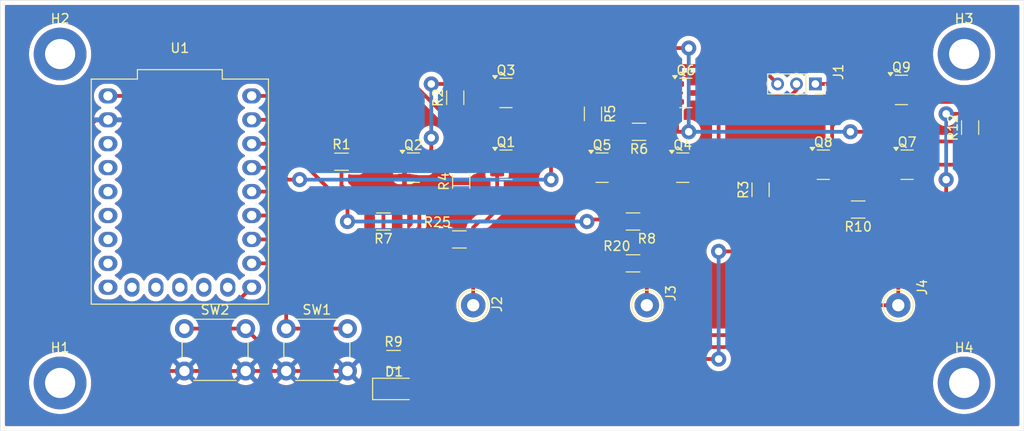
<source format=kicad_pcb>
(kicad_pcb (version 20241229) (generator "pcbnew") (generator_version "9.0")
  (layers (0 "F.Cu" signal) (2 "B.Cu" signal) (13 "F.Paste" user) (15 "B.Paste" user) (5 "F.SilkS" user "F.Silkscreen") (7 "B.SilkS" user "B.Silkscreen") (1 "F.Mask" user) (3 "B.Mask" user) (25 "Edge.Cuts" user))
  (net 0 "")
  (net 1 "Net-(J1-Pin_3)")
  (net 2 "Net-(J1-Pin_1)")
  (net 3 "Net-(J1-Pin_2)")
  (net 4 "Net-(Q1-G)")
  (net 5 "Net-(Q2-G)")
  (net 6 "Net-(Q2-D)")
  (net 7 "5V")
  (net 8 "Net-(Q5-G)")
  (net 9 "GND")
  (net 10 "Net-(U1-GP1)")
  (net 11 "Net-(U1-GP5)")
  (net 12 "Net-(U1-GP0)")
  (net 13 "Net-(U1-GP3)")
  (net 14 "Net-(U1-GP2)")
  (net 15 "Net-(U1-GP4)")
  (net 17 "Net-(D1-A)")
  (net 22 "Net-(U1-GP8)")
  (net 26 "Net-(U1-GP7)")
  (net 28 "Net-(Q4-G)")
  (net 29 "Net-(Q5-D)")
  (net 30 "Net-(Q7-G)")
  (net 31 "Net-(Q8-G)")
  (net 32 "Net-(Q8-D)")
  (net 33 "Net-(J2-Pin_1)")
  (net 34 "Net-(J3-Pin_1)")
  (net 35 "Net-(J4-Pin_1)")
  (net 39 "Net-(U1-GP6)")
  (footprint "Package_TO_SOT_SMD:SOT-23" (layer "F.Cu") (at 167.9725 88.265)
    (property "Reference" "Q5" (at 0 -2.4 0) (layer "F.SilkS"))
    (property "Value" "DMN3042L")
    (fp_line (start 0 -1.56) (end -0.65 -1.56) (stroke (width 0.12)) (layer "F.SilkS"))
    (fp_line (start 0 -1.56) (end 0.65 -1.56) (stroke (width 0.12)) (layer "F.SilkS"))
    (fp_line (start 0 1.56) (end -0.65 1.56) (stroke (width 0.12)) (layer "F.SilkS"))
    (fp_line (start 0 1.56) (end 0.65 1.56) (stroke (width 0.12)) (layer "F.SilkS"))
    (fp_poly (pts (xy -1.1625 -1.51) (xy -1.4025 -1.84) (xy -0.9225 -1.84)) (stroke (width 0.12)) (fill yes) (layer "F.SilkS"))
    (pad "1" smd roundrect (at -0.9375 -0.95) (size 1.475 0.6) (layers "F.Cu" "F.Mask" "F.Paste") (net 8 "Net-(Q5-G)"))
    (pad "2" smd roundrect (at -0.9375 0.95) (size 1.475 0.6) (layers "F.Cu" "F.Mask" "F.Paste") (net 9 "GND"))
    (pad "3" smd roundrect (at 0.9375 0) (size 1.475 0.6) (layers "F.Cu" "F.Mask" "F.Paste") (net 29 "Net-(Q5-D)"))
  )
  (footprint "Package_TO_SOT_SMD:SOT-23" (layer "F.Cu") (at 199.7225 80.01)
    (property "Reference" "Q9" (at 0 -2.4 0) (layer "F.SilkS"))
    (property "Value" "DMP3099L")
    (fp_line (start 0 -1.56) (end -0.65 -1.56) (stroke (width 0.12)) (layer "F.SilkS"))
    (fp_line (start 0 -1.56) (end 0.65 -1.56) (stroke (width 0.12)) (layer "F.SilkS"))
    (fp_line (start 0 1.56) (end -0.65 1.56) (stroke (width 0.12)) (layer "F.SilkS"))
    (fp_line (start 0 1.56) (end 0.65 1.56) (stroke (width 0.12)) (layer "F.SilkS"))
    (fp_poly (pts (xy -1.1625 -1.51) (xy -1.4025 -1.84) (xy -0.9225 -1.84)) (stroke (width 0.12)) (fill yes) (layer "F.SilkS"))
    (pad "1" smd roundrect (at -0.9375 -0.95) (size 1.475 0.6) (layers "F.Cu" "F.Mask" "F.Paste") (net 32 "Net-(Q8-D)"))
    (pad "2" smd roundrect (at -0.9375 0.95) (size 1.475 0.6) (layers "F.Cu" "F.Mask" "F.Paste") (net 7 "5V"))
    (pad "3" smd roundrect (at 0.9375 0) (size 1.475 0.6) (layers "F.Cu" "F.Mask" "F.Paste") (net 2 "Net-(J1-Pin_1)"))
  )
  (footprint "LED_SMD:LED_1206_3216Metric" (layer "F.Cu") (at 145.92 111.76)
    (property "Reference" "D1" (at 0 -1.83 0) (layer "F.SilkS"))
    (property "Value" "LED")
    (fp_line (start -2.285 -1.135) (end -2.285 1.135) (stroke (width 0.12)) (layer "F.SilkS"))
    (fp_line (start -2.285 1.135) (end 1.6 1.135) (stroke (width 0.12)) (layer "F.SilkS"))
    (fp_line (start 1.6 -1.135) (end -2.285 -1.135) (stroke (width 0.12)) (layer "F.SilkS"))
    (pad "1" smd roundrect (at -1.4 0) (size 1.25 1.75) (layers "F.Cu" "F.Mask" "F.Paste") (roundrect_rratio 0.2) (net 9 "GND"))
    (pad "2" smd roundrect (at 1.4 0) (size 1.25 1.75) (layers "F.Cu" "F.Mask" "F.Paste") (roundrect_rratio 0.2) (net 17 "Net-(D1-A)"))
  )
  (footprint "Button_Switch_THT:SW_PUSH_6mm" (layer "F.Cu") (at 123.675 105.355)
    (property "Reference" "SW2" (at 3.25 -2 0) (layer "F.SilkS"))
    (property "Value" "SW_Push")
    (fp_line (start -0.25 1.5) (end -0.25 3) (stroke (width 0.12)) (layer "F.SilkS"))
    (fp_line (start 1 5.5) (end 5.5 5.5) (stroke (width 0.12)) (layer "F.SilkS"))
    (fp_line (start 5.5 -1) (end 1 -1) (stroke (width 0.12)) (layer "F.SilkS"))
    (fp_line (start 6.75 3) (end 6.75 1.5) (stroke (width 0.12)) (layer "F.SilkS"))
    (pad "1" thru_hole circle (at 0 0 90) (size 2 2) (drill 1.1) (layers "*.Cu" "*.Mask") (net 39 "Net-(U1-GP6)"))
    (pad "1" thru_hole circle (at 6.5 0 90) (size 2 2) (drill 1.1) (layers "*.Cu" "*.Mask") (net 39 "Net-(U1-GP6)"))
    (pad "2" thru_hole circle (at 0 4.5 90) (size 2 2) (drill 1.1) (layers "*.Cu" "*.Mask") (net 9 "GND"))
    (pad "2" thru_hole circle (at 6.5 4.5 90) (size 2 2) (drill 1.1) (layers "*.Cu" "*.Mask") (net 9 "GND"))
  )
  (footprint "MountingHole:MountingHole_3.2mm_M3_DIN965_Pad" (layer "F.Cu") (at 206.375 76.2)
    (property "Reference" "H3" (at 0 -3.75 0) (layer "F.SilkS"))
    (property "Value" "MountingHole")
    (pad "1" thru_hole circle (at 0 0) (size 5.6 5.6) (drill 3.2) (layers "*.Cu" "*.Mask"))
  )
  (footprint "Resistor_SMD:R_1206_3216Metric" (layer "F.Cu") (at 171.2575 98.425)
    (property "Reference" "R20" (at -1.7125 -1.83 0) (layer "F.SilkS"))
    (property "Value" "5m")
    (fp_line (start -0.727064 -0.91) (end 0.727064 -0.91) (stroke (width 0.12)) (layer "F.SilkS"))
    (fp_line (start -0.727064 0.91) (end 0.727064 0.91) (stroke (width 0.12)) (layer "F.SilkS"))
    (pad "1" smd roundrect (at -1.4625 0) (size 1.125 1.75) (layers "F.Cu" "F.Mask" "F.Paste") (roundrect_rratio 0.222222) (net 9 "GND"))
    (pad "2" smd roundrect (at 1.4625 0) (size 1.125 1.75) (layers "F.Cu" "F.Mask" "F.Paste") (roundrect_rratio 0.222222) (net 34 "Net-(J3-Pin_1)"))
  )
  (footprint "Resistor_SMD:R_1206_3216Metric" (layer "F.Cu") (at 171.2575 93.98 180)
    (property "Reference" "R8" (at -1.4625 -1.83 0) (layer "F.SilkS"))
    (property "Value" "100")
    (fp_line (start -0.727064 0.91) (end 0.727064 0.91) (stroke (width 0.12)) (layer "F.SilkS"))
    (fp_line (start -0.727064 -0.91) (end 0.727064 -0.91) (stroke (width 0.12)) (layer "F.SilkS"))
    (pad "1" smd roundrect (at -1.4625 0 180) (size 1.125 1.75) (layers "F.Cu" "F.Mask" "F.Paste") (roundrect_rratio 0.222222) (net 28 "Net-(Q4-G)"))
    (pad "2" smd roundrect (at 1.4625 0 180) (size 1.125 1.75) (layers "F.Cu" "F.Mask" "F.Paste") (roundrect_rratio 0.222222) (net 14 "Net-(U1-GP2)"))
  )
  (footprint "MCU_Module:Waveshare-RP2040-Zero" (layer "F.Cu") (at 123.19 90.805)
    (property "Reference" "U1" (at 0 -15.24 0) (layer "F.SilkS"))
    (property "Value" "Waveshare-RP2040-Zero")
    (fp_line (start -9.4 11.95) (end -9.4 -11.95) (stroke (width 0.12)) (layer "F.SilkS"))
    (fp_line (start -9.4 11.95) (end 9.4 11.95) (stroke (width 0.12)) (layer "F.SilkS"))
    (fp_line (start -4.5 -12.95) (end -4.5 -11.95) (stroke (width 0.12)) (layer "F.SilkS"))
    (fp_line (start -4.5 -11.95) (end -9.4 -11.95) (stroke (width 0.12)) (layer "F.SilkS"))
    (fp_line (start 4.5 -12.95) (end -4.5 -12.95) (stroke (width 0.12)) (layer "F.SilkS"))
    (fp_line (start 4.5 -11.95) (end 4.5 -12.95) (stroke (width 0.12)) (layer "F.SilkS"))
    (fp_line (start 9.4 -11.95) (end 4.5 -11.95) (stroke (width 0.12)) (layer "F.SilkS"))
    (fp_line (start 9.4 11.95) (end 9.4 -11.95) (stroke (width 0.12)) (layer "F.SilkS"))
    (pad "1" thru_hole oval (at -7.62 -10.16 270) (size 1.6 2) (drill 1) (layers "*.Cu" "*.Mask") (net 7 "5V"))
    (pad "2" thru_hole oval (at -7.62 -7.62 270) (size 1.6 2) (drill 1) (layers "*.Cu" "*.Mask") (net 9 "GND"))
    (pad "3" thru_hole oval (at -7.62 -5.08 270) (size 1.6 2) (drill 1) (layers "*.Cu" "*.Mask"))
    (pad "4" thru_hole oval (at -7.62 -2.54 270) (size 1.6 2) (drill 1) (layers "*.Cu" "*.Mask"))
    (pad "5" thru_hole oval (at -7.62 0 270) (size 1.6 2) (drill 1) (layers "*.Cu" "*.Mask"))
    (pad "6" thru_hole oval (at -7.62 2.54 270) (size 1.6 2) (drill 1) (layers "*.Cu" "*.Mask"))
    (pad "7" thru_hole oval (at -7.62 5.08 270) (size 1.6 2) (drill 1) (layers "*.Cu" "*.Mask"))
    (pad "8" thru_hole oval (at -7.62 7.62 270) (size 1.6 2) (drill 1) (layers "*.Cu" "*.Mask"))
    (pad "9" thru_hole oval (at -7.62 10.16 270) (size 1.6 2) (drill 1) (layers "*.Cu" "*.Mask"))
    (pad "10" thru_hole oval (at -5.08 10.16) (size 1.6 2) (drill 1) (layers "*.Cu" "*.Mask"))
    (pad "11" thru_hole oval (at -2.54 10.16) (size 1.6 2) (drill 1) (layers "*.Cu" "*.Mask"))
    (pad "12" thru_hole oval (at 0 10.16) (size 1.6 2) (drill 1) (layers "*.Cu" "*.Mask"))
    (pad "13" thru_hole oval (at 2.54 10.16) (size 1.6 2) (drill 1) (layers "*.Cu" "*.Mask"))
    (pad "14" thru_hole oval (at 5.08 10.16) (size 1.6 2) (drill 1) (layers "*.Cu" "*.Mask"))
    (pad "15" thru_hole oval (at 7.62 10.16 270) (size 1.6 2) (drill 1) (layers "*.Cu" "*.Mask") (net 22 "Net-(U1-GP8)"))
    (pad "16" thru_hole oval (at 7.62 7.62 270) (size 1.6 2) (drill 1) (layers "*.Cu" "*.Mask") (net 26 "Net-(U1-GP7)"))
    (pad "17" thru_hole oval (at 7.62 5.08 270) (size 1.6 2) (drill 1) (layers "*.Cu" "*.Mask") (net 39 "Net-(U1-GP6)"))
    (pad "18" thru_hole oval (at 7.62 2.54 270) (size 1.6 2) (drill 1) (layers "*.Cu" "*.Mask") (net 11 "Net-(U1-GP5)"))
    (pad "19" thru_hole oval (at 7.62 0 270) (size 1.6 2) (drill 1) (layers "*.Cu" "*.Mask") (net 15 "Net-(U1-GP4)"))
    (pad "20" thru_hole oval (at 7.62 -2.54 270) (size 1.6 2) (drill 1) (layers "*.Cu" "*.Mask") (net 13 "Net-(U1-GP3)"))
    (pad "21" thru_hole oval (at 7.62 -5.08 270) (size 1.6 2) (drill 1) (layers "*.Cu" "*.Mask") (net 14 "Net-(U1-GP2)"))
    (pad "22" thru_hole oval (at 7.62 -7.62 270) (size 1.6 2) (drill 1) (layers "*.Cu" "*.Mask") (net 10 "Net-(U1-GP1)"))
    (pad "23" thru_hole oval (at 7.62 -10.16 270) (size 1.6 2) (drill 1) (layers "*.Cu" "*.Mask") (net 12 "Net-(U1-GP0)"))
  )
  (footprint "Connector_Pin:Pin_D1.3mm_L11.0mm" (layer "F.Cu") (at 172.72 102.87 90)
    (property "Reference" "J3" (at 1.27 2.54 90) (layer "F.SilkS"))
    (property "Value" "Conn_01x01")
    (fp_circle (center 0 0) (end 1.6 0.05) (stroke (width 0.12)) (fill no) (layer "F.SilkS"))
    (pad "1" thru_hole circle (at 0 0 90) (size 2.6 2.6) (drill 1.3) (layers "*.Cu" "*.Mask") (net 34 "Net-(J3-Pin_1)"))
  )
  (footprint "Package_TO_SOT_SMD:SOT-23" (layer "F.Cu") (at 157.7825 87.95)
    (property "Reference" "Q1" (at 0 -2.4 0) (layer "F.SilkS"))
    (property "Value" "DMN3042L")
    (fp_line (start 0 -1.56) (end -0.65 -1.56) (stroke (width 0.12)) (layer "F.SilkS"))
    (fp_line (start 0 -1.56) (end 0.65 -1.56) (stroke (width 0.12)) (layer "F.SilkS"))
    (fp_line (start 0 1.56) (end -0.65 1.56) (stroke (width 0.12)) (layer "F.SilkS"))
    (fp_line (start 0 1.56) (end 0.65 1.56) (stroke (width 0.12)) (layer "F.SilkS"))
    (fp_poly (pts (xy -1.1625 -1.51) (xy -1.4025 -1.84) (xy -0.9225 -1.84)) (stroke (width 0.12)) (fill yes) (layer "F.SilkS"))
    (pad "1" smd roundrect (at -0.9375 -0.95) (size 1.475 0.6) (layers "F.Cu" "F.Mask" "F.Paste") (net 4 "Net-(Q1-G)"))
    (pad "2" smd roundrect (at -0.9375 0.95) (size 1.475 0.6) (layers "F.Cu" "F.Mask" "F.Paste") (net 33 "Net-(J2-Pin_1)"))
    (pad "3" smd roundrect (at 0.9375 0) (size 1.475 0.6) (layers "F.Cu" "F.Mask" "F.Paste") (net 1 "Net-(J1-Pin_3)"))
  )
  (footprint "Resistor_SMD:R_1206_3216Metric" (layer "F.Cu") (at 184.785 90.6125 90)
    (property "Reference" "R3" (at 0 -1.83 90) (layer "F.SilkS"))
    (property "Value" "100")
    (fp_line (start -0.727064 -0.91) (end 0.727064 -0.91) (stroke (width 0.12)) (layer "F.SilkS"))
    (fp_line (start -0.727064 0.91) (end 0.727064 0.91) (stroke (width 0.12)) (layer "F.SilkS"))
    (pad "1" smd roundrect (at -1.4625 0 90) (size 1.125 1.75) (layers "F.Cu" "F.Mask" "F.Paste") (roundrect_rratio 0.222222) (net 11 "Net-(U1-GP5)"))
    (pad "2" smd roundrect (at 1.4625 0 90) (size 1.125 1.75) (layers "F.Cu" "F.Mask" "F.Paste") (roundrect_rratio 0.222222) (net 31 "Net-(Q8-G)"))
  )
  (footprint "Resistor_SMD:R_1206_3216Metric" (layer "F.Cu") (at 167.005 82.55 -90)
    (property "Reference" "R5" (at 0 -1.83 90) (layer "F.SilkS"))
    (property "Value" "100")
    (fp_line (start -0.727064 0.91) (end 0.727064 0.91) (stroke (width 0.12)) (layer "F.SilkS"))
    (fp_line (start -0.727064 -0.91) (end 0.727064 -0.91) (stroke (width 0.12)) (layer "F.SilkS"))
    (pad "1" smd roundrect (at -1.4625 0 270) (size 1.125 1.75) (layers "F.Cu" "F.Mask" "F.Paste") (roundrect_rratio 0.222222) (net 13 "Net-(U1-GP3)"))
    (pad "2" smd roundrect (at 1.4625 0 270) (size 1.125 1.75) (layers "F.Cu" "F.Mask" "F.Paste") (roundrect_rratio 0.222222) (net 8 "Net-(Q5-G)"))
  )
  (footprint "MountingHole:MountingHole_3.2mm_M3_DIN965_Pad" (layer "F.Cu") (at 110.49 111.125)
    (property "Reference" "H1" (at 0 -3.75 0) (layer "F.SilkS"))
    (property "Value" "MountingHole")
    (pad "1" thru_hole circle (at 0 0) (size 5.6 5.6) (drill 3.2) (layers "*.Cu" "*.Mask"))
  )
  (footprint "Resistor_SMD:R_1206_3216Metric" (layer "F.Cu") (at 207.01 84.0125 90)
    (property "Reference" "R12" (at 0 -1.83 90) (layer "F.SilkS"))
    (property "Value" "100")
    (fp_line (start -0.727064 -0.91) (end 0.727064 -0.91) (stroke (width 0.12)) (layer "F.SilkS"))
    (fp_line (start -0.727064 0.91) (end 0.727064 0.91) (stroke (width 0.12)) (layer "F.SilkS"))
    (pad "1" smd roundrect (at -1.4625 0 90) (size 1.125 1.75) (layers "F.Cu" "F.Mask" "F.Paste") (roundrect_rratio 0.222222) (net 30 "Net-(Q7-G)"))
    (pad "2" smd roundrect (at 1.4625 0 90) (size 1.125 1.75) (layers "F.Cu" "F.Mask" "F.Paste") (roundrect_rratio 0.222222) (net 15 "Net-(U1-GP4)"))
  )
  (footprint "MountingHole:MountingHole_3.2mm_M3_DIN965_Pad" (layer "F.Cu") (at 110.49 76.2)
    (property "Reference" "H2" (at 0 -3.75 0) (layer "F.SilkS"))
    (property "Value" "MountingHole")
    (pad "1" thru_hole circle (at 0 0) (size 5.6 5.6) (drill 3.2) (layers "*.Cu" "*.Mask"))
  )
  (footprint "Resistor_SMD:R_1206_3216Metric" (layer "F.Cu") (at 153.035 89.7275 90)
    (property "Reference" "R4" (at 0 -1.83 90) (layer "F.SilkS"))
    (property "Value" "100")
    (fp_line (start -0.727064 -0.91) (end 0.727064 -0.91) (stroke (width 0.12)) (layer "F.SilkS"))
    (fp_line (start -0.727064 0.91) (end 0.727064 0.91) (stroke (width 0.12)) (layer "F.SilkS"))
    (pad "1" smd roundrect (at -1.4625 0 90) (size 1.125 1.75) (layers "F.Cu" "F.Mask" "F.Paste") (roundrect_rratio 0.222222) (net 12 "Net-(U1-GP0)"))
    (pad "2" smd roundrect (at 1.4625 0 90) (size 1.125 1.75) (layers "F.Cu" "F.Mask" "F.Paste") (roundrect_rratio 0.222222) (net 4 "Net-(Q1-G)"))
  )
  (footprint "Connector_Pin:Pin_D1.3mm_L11.0mm" (layer "F.Cu") (at 154.305 102.87 90)
    (property "Reference" "J2" (at 0.113136 2.54 90) (layer "F.SilkS"))
    (property "Value" "Conn_01x01")
    (fp_circle (center 0 0) (end 1.6 0.05) (stroke (width 0.12)) (fill no) (layer "F.SilkS"))
    (pad "1" thru_hole circle (at 0 0 90) (size 2.6 2.6) (drill 1.3) (layers "*.Cu" "*.Mask") (net 33 "Net-(J2-Pin_1)"))
  )
  (footprint "Resistor_SMD:R_1206_3216Metric" (layer "F.Cu") (at 195.1375 92.71 180)
    (property "Reference" "R10" (at 0 -1.83 0) (layer "F.SilkS"))
    (property "Value" "1,5k")
    (fp_line (start -0.727064 0.91) (end 0.727064 0.91) (stroke (width 0.12)) (layer "F.SilkS"))
    (fp_line (start -0.727064 -0.91) (end 0.727064 -0.91) (stroke (width 0.12)) (layer "F.SilkS"))
    (pad "1" smd roundrect (at -1.4625 0 180) (size 1.125 1.75) (layers "F.Cu" "F.Mask" "F.Paste") (roundrect_rratio 0.222222) (net 7 "5V"))
    (pad "2" smd roundrect (at 1.4625 0 180) (size 1.125 1.75) (layers "F.Cu" "F.Mask" "F.Paste") (roundrect_rratio 0.222222) (net 32 "Net-(Q8-D)"))
  )
  (footprint "MountingHole:MountingHole_3.2mm_M3_DIN965_Pad" (layer "F.Cu") (at 206.375 111.125)
    (property "Reference" "H4" (at 0 -3.75 0) (layer "F.SilkS"))
    (property "Value" "MountingHole")
    (pad "1" thru_hole circle (at 0 0) (size 5.6 5.6) (drill 3.2) (layers "*.Cu" "*.Mask"))
  )
  (footprint "Package_TO_SOT_SMD:SOT-23" (layer "F.Cu") (at 157.7825 80.33)
    (property "Reference" "Q3" (at 0 -2.4 0) (layer "F.SilkS"))
    (property "Value" "DMP3099L")
    (fp_line (start 0 -1.56) (end -0.65 -1.56) (stroke (width 0.12)) (layer "F.SilkS"))
    (fp_line (start 0 -1.56) (end 0.65 -1.56) (stroke (width 0.12)) (layer "F.SilkS"))
    (fp_line (start 0 1.56) (end -0.65 1.56) (stroke (width 0.12)) (layer "F.SilkS"))
    (fp_line (start 0 1.56) (end 0.65 1.56) (stroke (width 0.12)) (layer "F.SilkS"))
    (fp_poly (pts (xy -1.1625 -1.51) (xy -1.4025 -1.84) (xy -0.9225 -1.84)) (stroke (width 0.12)) (fill yes) (layer "F.SilkS"))
    (pad "1" smd roundrect (at -0.9375 -0.95) (size 1.475 0.6) (layers "F.Cu" "F.Mask" "F.Paste") (net 6 "Net-(Q2-D)"))
    (pad "2" smd roundrect (at -0.9375 0.95) (size 1.475 0.6) (layers "F.Cu" "F.Mask" "F.Paste") (net 7 "5V"))
    (pad "3" smd roundrect (at 0.9375 0) (size 1.475 0.6) (layers "F.Cu" "F.Mask" "F.Paste") (net 1 "Net-(J1-Pin_3)"))
  )
  (footprint "Package_TO_SOT_SMD:SOT-23" (layer "F.Cu") (at 147.955 88.265)
    (property "Reference" "Q2" (at 0 -2.4 0) (layer "F.SilkS"))
    (property "Value" "DMN3042L")
    (fp_line (start 0 -1.56) (end -0.65 -1.56) (stroke (width 0.12)) (layer "F.SilkS"))
    (fp_line (start 0 -1.56) (end 0.65 -1.56) (stroke (width 0.12)) (layer "F.SilkS"))
    (fp_line (start 0 1.56) (end -0.65 1.56) (stroke (width 0.12)) (layer "F.SilkS"))
    (fp_line (start 0 1.56) (end 0.65 1.56) (stroke (width 0.12)) (layer "F.SilkS"))
    (fp_poly (pts (xy -1.1625 -1.51) (xy -1.4025 -1.84) (xy -0.9225 -1.84)) (stroke (width 0.12)) (fill yes) (layer "F.SilkS"))
    (pad "1" smd roundrect (at -0.9375 -0.95) (size 1.475 0.6) (layers "F.Cu" "F.Mask" "F.Paste") (net 5 "Net-(Q2-G)"))
    (pad "2" smd roundrect (at -0.9375 0.95) (size 1.475 0.6) (layers "F.Cu" "F.Mask" "F.Paste") (net 9 "GND"))
    (pad "3" smd roundrect (at 0.9375 0) (size 1.475 0.6) (layers "F.Cu" "F.Mask" "F.Paste") (net 6 "Net-(Q2-D)"))
  )
  (footprint "Resistor_SMD:R_1206_3216Metric" (layer "F.Cu") (at 152.8425 95.885)
    (property "Reference" "R25" (at -2.3475 -1.83 0) (layer "F.SilkS"))
    (property "Value" "5m")
    (fp_line (start -0.727064 -0.91) (end 0.727064 -0.91) (stroke (width 0.12)) (layer "F.SilkS"))
    (fp_line (start -0.727064 0.91) (end 0.727064 0.91) (stroke (width 0.12)) (layer "F.SilkS"))
    (pad "1" smd roundrect (at -1.4625 0) (size 1.125 1.75) (layers "F.Cu" "F.Mask" "F.Paste") (roundrect_rratio 0.222222) (net 9 "GND"))
    (pad "2" smd roundrect (at 1.4625 0) (size 1.125 1.75) (layers "F.Cu" "F.Mask" "F.Paste") (roundrect_rratio 0.222222) (net 33 "Net-(J2-Pin_1)"))
  )
  (footprint "Resistor_SMD:R_1206_3216Metric" (layer "F.Cu") (at 171.8925 84.455 180)
    (property "Reference" "R6" (at 0 -1.83 0) (layer "F.SilkS"))
    (property "Value" "1,5k")
    (fp_line (start -0.727064 0.91) (end 0.727064 0.91) (stroke (width 0.12)) (layer "F.SilkS"))
    (fp_line (start -0.727064 -0.91) (end 0.727064 -0.91) (stroke (width 0.12)) (layer "F.SilkS"))
    (pad "1" smd roundrect (at -1.4625 0 180) (size 1.125 1.75) (layers "F.Cu" "F.Mask" "F.Paste") (roundrect_rratio 0.222222) (net 7 "5V"))
    (pad "2" smd roundrect (at 1.4625 0 180) (size 1.125 1.75) (layers "F.Cu" "F.Mask" "F.Paste") (roundrect_rratio 0.222222) (net 29 "Net-(Q5-D)"))
  )
  (footprint "Package_TO_SOT_SMD:SOT-23" (layer "F.Cu") (at 200.3275 87.95)
    (property "Reference" "Q7" (at 0 -2.4 0) (layer "F.SilkS"))
    (property "Value" "DMN3042L")
    (fp_line (start 0 -1.56) (end -0.65 -1.56) (stroke (width 0.12)) (layer "F.SilkS"))
    (fp_line (start 0 -1.56) (end 0.65 -1.56) (stroke (width 0.12)) (layer "F.SilkS"))
    (fp_line (start 0 1.56) (end -0.65 1.56) (stroke (width 0.12)) (layer "F.SilkS"))
    (fp_line (start 0 1.56) (end 0.65 1.56) (stroke (width 0.12)) (layer "F.SilkS"))
    (fp_poly (pts (xy -1.1625 -1.51) (xy -1.4025 -1.84) (xy -0.9225 -1.84)) (stroke (width 0.12)) (fill yes) (layer "F.SilkS"))
    (pad "1" smd roundrect (at -0.9375 -0.95) (size 1.475 0.6) (layers "F.Cu" "F.Mask" "F.Paste") (net 30 "Net-(Q7-G)"))
    (pad "2" smd roundrect (at -0.9375 0.95) (size 1.475 0.6) (layers "F.Cu" "F.Mask" "F.Paste") (net 35 "Net-(J4-Pin_1)"))
    (pad "3" smd roundrect (at 0.9375 0) (size 1.475 0.6) (layers "F.Cu" "F.Mask" "F.Paste") (net 2 "Net-(J1-Pin_1)"))
  )
  (footprint "Connector_Pin:Pin_D1.3mm_L11.0mm" (layer "F.Cu") (at 199.39 102.87 90)
    (property "Reference" "J4" (at 1.905 2.54 90) (layer "F.SilkS"))
    (property "Value" "Conn_01x01")
    (fp_circle (center 0 0) (end 1.6 0.05) (stroke (width 0.12)) (fill no) (layer "F.SilkS"))
    (pad "1" thru_hole circle (at 0 0 90) (size 2.6 2.6) (drill 1.3) (layers "*.Cu" "*.Mask") (net 35 "Net-(J4-Pin_1)"))
  )
  (footprint "Package_TO_SOT_SMD:SOT-23" (layer "F.Cu") (at 176.8625 80.33)
    (property "Reference" "Q6" (at 0 -2.4 0) (layer "F.SilkS"))
    (property "Value" "DMP3099L")
    (fp_line (start 0 -1.56) (end -0.65 -1.56) (stroke (width 0.12)) (layer "F.SilkS"))
    (fp_line (start 0 -1.56) (end 0.65 -1.56) (stroke (width 0.12)) (layer "F.SilkS"))
    (fp_line (start 0 1.56) (end -0.65 1.56) (stroke (width 0.12)) (layer "F.SilkS"))
    (fp_line (start 0 1.56) (end 0.65 1.56) (stroke (width 0.12)) (layer "F.SilkS"))
    (fp_poly (pts (xy -1.1625 -1.51) (xy -1.4025 -1.84) (xy -0.9225 -1.84)) (stroke (width 0.12)) (fill yes) (layer "F.SilkS"))
    (pad "1" smd roundrect (at -0.9375 -0.95) (size 1.475 0.6) (layers "F.Cu" "F.Mask" "F.Paste") (net 29 "Net-(Q5-D)"))
    (pad "2" smd roundrect (at -0.9375 0.95) (size 1.475 0.6) (layers "F.Cu" "F.Mask" "F.Paste") (net 7 "5V"))
    (pad "3" smd roundrect (at 0.9375 0) (size 1.475 0.6) (layers "F.Cu" "F.Mask" "F.Paste") (net 3 "Net-(J1-Pin_2)"))
  )
  (footprint "Button_Switch_THT:SW_PUSH_6mm" (layer "F.Cu") (at 134.47 105.355)
    (property "Reference" "SW1" (at 3.25 -2 0) (layer "F.SilkS"))
    (property "Value" "SW_Push")
    (fp_line (start -0.25 1.5) (end -0.25 3) (stroke (width 0.12)) (layer "F.SilkS"))
    (fp_line (start 1 5.5) (end 5.5 5.5) (stroke (width 0.12)) (layer "F.SilkS"))
    (fp_line (start 5.5 -1) (end 1 -1) (stroke (width 0.12)) (layer "F.SilkS"))
    (fp_line (start 6.75 3) (end 6.75 1.5) (stroke (width 0.12)) (layer "F.SilkS"))
    (pad "1" thru_hole circle (at 0 0 90) (size 2 2) (drill 1.1) (layers "*.Cu" "*.Mask") (net 26 "Net-(U1-GP7)"))
    (pad "1" thru_hole circle (at 6.5 0 90) (size 2 2) (drill 1.1) (layers "*.Cu" "*.Mask") (net 26 "Net-(U1-GP7)"))
    (pad "2" thru_hole circle (at 0 4.5 90) (size 2 2) (drill 1.1) (layers "*.Cu" "*.Mask") (net 9 "GND"))
    (pad "2" thru_hole circle (at 6.5 4.5 90) (size 2 2) (drill 1.1) (layers "*.Cu" "*.Mask") (net 9 "GND"))
  )
  (footprint "Resistor_SMD:R_1206_3216Metric" (layer "F.Cu") (at 152.4 80.8375 90)
    (property "Reference" "R2" (at 0 -1.83 90) (layer "F.SilkS"))
    (property "Value" "1,5k")
    (fp_line (start -0.727064 -0.91) (end 0.727064 -0.91) (stroke (width 0.12)) (layer "F.SilkS"))
    (fp_line (start -0.727064 0.91) (end 0.727064 0.91) (stroke (width 0.12)) (layer "F.SilkS"))
    (pad "1" smd roundrect (at -1.4625 0 90) (size 1.125 1.75) (layers "F.Cu" "F.Mask" "F.Paste") (roundrect_rratio 0.222222) (net 7 "5V"))
    (pad "2" smd roundrect (at 1.4625 0 90) (size 1.125 1.75) (layers "F.Cu" "F.Mask" "F.Paste") (roundrect_rratio 0.222222) (net 6 "Net-(Q2-D)"))
  )
  (footprint "Connector_PinSocket_2.00mm:PinSocket_1x03_P2.00mm_Vertical" (layer "F.Cu") (at 190.595 79.375 -90)
    (property "Reference" "J1" (at -1.27 -2.445 90) (layer "F.SilkS"))
    (property "Value" "Conn_01x03_Pin")
    (fp_line (start -1.06 5.06) (end 1.06 5.06) (stroke (width 0.12)) (layer "F.SilkS"))
    (fp_line (start -1.06 1) (end -1.06 5.06) (stroke (width 0.12)) (layer "F.SilkS"))
    (fp_line (start -1.06 1) (end 1.06 1) (stroke (width 0.12)) (layer "F.SilkS"))
    (fp_line (start 1.06 1) (end 1.06 5.06) (stroke (width 0.12)) (layer "F.SilkS"))
    (fp_line (start 0 -1.06) (end 1.06 -1.06) (stroke (width 0.12)) (layer "F.SilkS"))
    (fp_line (start 1.06 -1.06) (end 1.06 0) (stroke (width 0.12)) (layer "F.SilkS"))
    (pad "1" thru_hole rect (at 0 0 270) (size 1.35 1.35) (drill 0.8) (layers "*.Cu" "*.Mask") (net 2 "Net-(J1-Pin_1)"))
    (pad "2" thru_hole circle (at 0 2 270) (size 1.35 1.35) (drill 0.8) (layers "*.Cu" "*.Mask") (net 3 "Net-(J1-Pin_2)"))
    (pad "3" thru_hole circle (at 0 4 270) (size 1.35 1.35) (drill 0.8) (layers "*.Cu" "*.Mask") (net 1 "Net-(J1-Pin_3)"))
  )
  (footprint "Resistor_SMD:R_1206_3216Metric" (layer "F.Cu") (at 140.335 87.63)
    (property "Reference" "R1" (at 0 -1.83 0) (layer "F.SilkS"))
    (property "Value" "100")
    (fp_line (start -0.727064 -0.91) (end 0.727064 -0.91) (stroke (width 0.12)) (layer "F.SilkS"))
    (fp_line (start -0.727064 0.91) (end 0.727064 0.91) (stroke (width 0.12)) (layer "F.SilkS"))
    (pad "1" smd roundrect (at -1.4625 0) (size 1.125 1.75) (layers "F.Cu" "F.Mask" "F.Paste") (roundrect_rratio 0.222222) (net 10 "Net-(U1-GP1)"))
    (pad "2" smd roundrect (at 1.4625 0) (size 1.125 1.75) (layers "F.Cu" "F.Mask" "F.Paste") (roundrect_rratio 0.222222) (net 5 "Net-(Q2-G)"))
  )
  (footprint "Resistor_SMD:R_1206_3216Metric" (layer "F.Cu") (at 145.8575 108.585)
    (property "Reference" "R9" (at 0 -1.83 0) (layer "F.SilkS"))
    (property "Value" "100")
    (fp_line (start -0.727064 -0.91) (end 0.727064 -0.91) (stroke (width 0.12)) (layer "F.SilkS"))
    (fp_line (start -0.727064 0.91) (end 0.727064 0.91) (stroke (width 0.12)) (layer "F.SilkS"))
    (pad "1" smd roundrect (at -1.4625 0) (size 1.125 1.75) (layers "F.Cu" "F.Mask" "F.Paste") (roundrect_rratio 0.222222) (net 22 "Net-(U1-GP8)"))
    (pad "2" smd roundrect (at 1.4625 0) (size 1.125 1.75) (layers "F.Cu" "F.Mask" "F.Paste") (roundrect_rratio 0.222222) (net 17 "Net-(D1-A)"))
  )
  (footprint "Resistor_SMD:R_1206_3216Metric" (layer "F.Cu") (at 144.78 93.98 180)
    (property "Reference" "R7" (at 0 -1.83 0) (layer "F.SilkS"))
    (property "Value" "5m")
    (fp_line (start -0.727064 0.91) (end 0.727064 0.91) (stroke (width 0.12)) (layer "F.SilkS"))
    (fp_line (start -0.727064 -0.91) (end 0.727064 -0.91) (stroke (width 0.12)) (layer "F.SilkS"))
    (pad "1" smd roundrect (at -1.4625 0 180) (size 1.125 1.75) (layers "F.Cu" "F.Mask" "F.Paste") (roundrect_rratio 0.222222) (net 9 "GND"))
    (pad "2" smd roundrect (at 1.4625 0 180) (size 1.125 1.75) (layers "F.Cu" "F.Mask" "F.Paste") (roundrect_rratio 0.222222) (net 35 "Net-(J4-Pin_1)"))
  )
  (footprint "Package_TO_SOT_SMD:SOT-23" (layer "F.Cu") (at 191.4375 87.95)
    (property "Reference" "Q8" (at 0 -2.4 0) (layer "F.SilkS"))
    (property "Value" "DMN3042L")
    (fp_line (start 0 -1.56) (end -0.65 -1.56) (stroke (width 0.12)) (layer "F.SilkS"))
    (fp_line (start 0 -1.56) (end 0.65 -1.56) (stroke (width 0.12)) (layer "F.SilkS"))
    (fp_line (start 0 1.56) (end -0.65 1.56) (stroke (width 0.12)) (layer "F.SilkS"))
    (fp_line (start 0 1.56) (end 0.65 1.56) (stroke (width 0.12)) (layer "F.SilkS"))
    (fp_poly (pts (xy -1.1625 -1.51) (xy -1.4025 -1.84) (xy -0.9225 -1.84)) (stroke (width 0.12)) (fill yes) (layer "F.SilkS"))
    (pad "1" smd roundrect (at -0.9375 -0.95) (size 1.475 0.6) (layers "F.Cu" "F.Mask" "F.Paste") (net 31 "Net-(Q8-G)"))
    (pad "2" smd roundrect (at -0.9375 0.95) (size 1.475 0.6) (layers "F.Cu" "F.Mask" "F.Paste") (net 9 "GND"))
    (pad "3" smd roundrect (at 0.9375 0) (size 1.475 0.6) (layers "F.Cu" "F.Mask" "F.Paste") (net 32 "Net-(Q8-D)"))
  )
  (footprint "Package_TO_SOT_SMD:SOT-23" (layer "F.Cu") (at 176.53 88.265)
    (property "Reference" "Q4" (at 0 -2.4 0) (layer "F.SilkS"))
    (property "Value" "DMN3042L")
    (fp_line (start 0 -1.56) (end -0.65 -1.56) (stroke (width 0.12)) (layer "F.SilkS"))
    (fp_line (start 0 -1.56) (end 0.65 -1.56) (stroke (width 0.12)) (layer "F.SilkS"))
    (fp_line (start 0 1.56) (end -0.65 1.56) (stroke (width 0.12)) (layer "F.SilkS"))
    (fp_line (start 0 1.56) (end 0.65 1.56) (stroke (width 0.12)) (layer "F.SilkS"))
    (fp_poly (pts (xy -1.1625 -1.51) (xy -1.4025 -1.84) (xy -0.9225 -1.84)) (stroke (width 0.12)) (fill yes) (layer "F.SilkS"))
    (pad "1" smd roundrect (at -0.9375 -0.95) (size 1.475 0.6) (layers "F.Cu" "F.Mask" "F.Paste") (net 28 "Net-(Q4-G)"))
    (pad "2" smd roundrect (at -0.9375 0.95) (size 1.475 0.6) (layers "F.Cu" "F.Mask" "F.Paste") (net 34 "Net-(J3-Pin_1)"))
    (pad "3" smd roundrect (at 0.9375 0) (size 1.475 0.6) (layers "F.Cu" "F.Mask" "F.Paste") (net 3 "Net-(J1-Pin_2)"))
  )
  (gr_rect (start 104.14 70.485) (end 212.725 116.205) (stroke (width 0.05)) (fill no) (layer "Edge.Cuts"))
  (segment (start 158.72 78.77) (end 158.72 80.33) (width 0.4) (layer "F.Cu") (net 1))
  (segment (start 184.69 77.47) (end 160.02 77.47) (width 0.4) (layer "F.Cu") (net 1))
  (segment (start 160.02 77.47) (end 158.72 78.77) (width 0.4) (layer "F.Cu") (net 1))
  (segment (start 158.72 87.95) (end 158.72 80.33) (width 0.4) (layer "F.Cu") (net 1))
  (segment (start 186.595 79.375) (end 184.69 77.47) (width 0.4) (layer "F.Cu") (net 1))
  (segment (start 208.915 81.915) (end 208.28 81.28) (width 0.4) (layer "F.Cu") (net 2))
  (segment (start 200.66 80.645) (end 200.66 80.01) (width 0.4) (layer "F.Cu") (net 2))
  (segment (start 208.915 86.36) (end 208.915 81.915) (width 0.4) (layer "F.Cu") (net 2))
  (segment (start 194.945 78.105) (end 193.675 79.375) (width 0.4) (layer "F.Cu") (net 2))
  (segment (start 208.28 81.28) (end 201.295 81.28) (width 0.4) (layer "F.Cu") (net 2))
  (segment (start 200.025 78.105) (end 194.945 78.105) (width 0.4) (layer "F.Cu") (net 2))
  (segment (start 207.325 87.95) (end 208.915 86.36) (width 0.4) (layer "F.Cu") (net 2))
  (segment (start 193.675 79.375) (end 190.595 79.375) (width 0.4) (layer "F.Cu") (net 2))
  (segment (start 200.66 78.74) (end 200.025 78.105) (width 0.4) (layer "F.Cu") (net 2))
  (segment (start 201.265 87.95) (end 207.325 87.95) (width 0.4) (layer "F.Cu") (net 2))
  (segment (start 200.66 80.01) (end 200.66 78.74) (width 0.4) (layer "F.Cu") (net 2))
  (segment (start 201.295 81.28) (end 200.66 80.645) (width 0.4) (layer "F.Cu") (net 2))
  (segment (start 188.595 79.375) (end 188.595 80.01) (width 0.4) (layer "F.Cu") (net 3))
  (segment (start 188.595 80.01) (end 187.96 80.645) (width 0.4) (layer "F.Cu") (net 3))
  (segment (start 179.07 88.265) (end 180.34 86.995) (width 0.4) (layer "F.Cu") (net 3))
  (segment (start 180.34 86.995) (end 180.34 81.28) (width 0.4) (layer "F.Cu") (net 3))
  (segment (start 179.39 80.33) (end 180.34 81.28) (width 0.4) (layer "F.Cu") (net 3))
  (segment (start 187.96 80.645) (end 180.975 80.645) (width 0.4) (layer "F.Cu") (net 3))
  (segment (start 180.34 81.28) (end 180.975 80.645) (width 0.4) (layer "F.Cu") (net 3))
  (segment (start 177.4675 88.265) (end 179.07 88.265) (width 0.4) (layer "F.Cu") (net 3))
  (segment (start 177.8 80.33) (end 179.39 80.33) (width 0.4) (layer "F.Cu") (net 3))
  (segment (start 154.305 88.265) (end 153.035 88.265) (width 0.4) (layer "F.Cu") (net 4))
  (segment (start 155.57 87) (end 154.305 88.265) (width 0.4) (layer "F.Cu") (net 4))
  (segment (start 156.845 87) (end 155.57 87) (width 0.4) (layer "F.Cu") (net 4))
  (segment (start 144.145 87.63) (end 141.7975 87.63) (width 0.4) (layer "F.Cu") (net 5))
  (segment (start 144.46 87.315) (end 144.145 87.63) (width 0.4) (layer "F.Cu") (net 5))
  (segment (start 147.0175 87.315) (end 144.46 87.315) (width 0.4) (layer "F.Cu") (net 5))
  (segment (start 152.405 79.38) (end 152.4 79.375) (width 0.4) (layer "F.Cu") (net 6))
  (segment (start 152.4 79.375) (end 149.86 79.375) (width 0.4) (layer "F.Cu") (net 6))
  (segment (start 149.86 86.36) (end 148.8925 87.3275) (width 0.4) (layer "F.Cu") (net 6))
  (segment (start 156.845 79.38) (end 152.405 79.38) (width 0.4) (layer "F.Cu") (net 6))
  (segment (start 148.8925 87.3275) (end 148.8925 88.265) (width 0.4) (layer "F.Cu") (net 6))
  (segment (start 149.86 85.09) (end 149.86 86.36) (width 0.4) (layer "F.Cu") (net 6))
  (via (at 149.86 79.375) (size 1.6) (drill 0.8) (layers "F.Cu" "B.Cu") (net 6))
  (via (at 149.86 85.09) (size 1.6) (drill 0.8) (layers "F.Cu" "B.Cu") (net 6))
  (segment (start 149.86 79.375) (end 149.86 85.09) (width 0.4) (layer "B.Cu") (net 6))
  (segment (start 156.21 77.47) (end 147.955 77.47) (width 0.4) (layer "F.Cu") (net 7))
  (segment (start 121.285 77.47) (end 118.11 80.645) (width 0.4) (layer "F.Cu") (net 7))
  (segment (start 150.88 82.3) (end 147.955 79.375) (width 0.4) (layer "F.Cu") (net 7))
  (segment (start 198.785 83.155) (end 198.785 80.96) (width 0.4) (layer "F.Cu") (net 7))
  (segment (start 175.925 84.425) (end 175.895 84.455) (width 0.4) (layer "F.Cu") (net 7))
  (segment (start 147.955 79.375) (end 147.955 77.47) (width 0.4) (layer "F.Cu") (net 7))
  (segment (start 196.85 85.09) (end 198.785 83.155) (width 0.4) (layer "F.Cu") (net 7))
  (segment (start 152.4 82.3) (end 150.88 82.3) (width 0.4) (layer "F.Cu") (net 7))
  (segment (start 194.31 84.455) (end 196.215 84.455) (width 0.4) (layer "F.Cu") (net 7))
  (segment (start 196.6 85.34) (end 196.85 85.09) (width 0.4) (layer "F.Cu") (net 7))
  (segment (start 156.845 81.28) (end 155.575 81.28) (width 0.4) (layer "F.Cu") (net 7))
  (segment (start 158.115 75.565) (end 156.21 77.47) (width 0.4) (layer "F.Cu") (net 7))
  (segment (start 147.955 77.47) (end 121.285 77.47) (width 0.4) (layer "F.Cu") (net 7))
  (segment (start 155.575 81.28) (end 154.555 82.3) (width 0.4) (layer "F.Cu") (net 7))
  (segment (start 196.215 84.455) (end 196.85 85.09) (width 0.4) (layer "F.Cu") (net 7))
  (segment (start 196.6 92.71) (end 196.6 85.34) (width 0.4) (layer "F.Cu") (net 7))
  (segment (start 175.895 84.455) (end 177.165 84.455) (width 0.4) (layer "F.Cu") (net 7))
  (segment (start 177.165 75.565) (end 158.115 75.565) (width 0.4) (layer "F.Cu") (net 7))
  (segment (start 154.555 82.3) (end 152.4 82.3) (width 0.4) (layer "F.Cu") (net 7))
  (segment (start 173.355 84.455) (end 175.895 84.455) (width 0.4) (layer "F.Cu") (net 7))
  (segment (start 118.11 80.645) (end 115.57 80.645) (width 0.4) (layer "F.Cu") (net 7))
  (segment (start 175.925 81.28) (end 175.925 84.425) (width 0.4) (layer "F.Cu") (net 7))
  (via (at 177.165 84.455) (size 1.6) (drill 0.8) (layers "F.Cu" "B.Cu") (net 7))
  (via (at 194.31 84.455) (size 1.6) (drill 0.8) (layers "F.Cu" "B.Cu") (net 7))
  (via (at 177.165 75.565) (size 1.6) (drill 0.8) (layers "F.Cu" "B.Cu") (net 7))
  (segment (start 177.165 84.455) (end 194.31 84.455) (width 0.4) (layer "B.Cu") (net 7))
  (segment (start 177.165 75.565) (end 177.165 84.455) (width 0.4) (layer "B.Cu") (net 7))
  (segment (start 167.035 87.315) (end 167.035 84.0425) (width 0.4) (layer "F.Cu") (net 8))
  (segment (start 167.035 84.0425) (end 167.005 84.0125) (width 0.4) (layer "F.Cu") (net 8))
  (segment (start 151.38 95.885) (end 151.38 103.755) (width 0.4) (layer "F.Cu") (net 9))
  (segment (start 123.675 109.855) (end 130.175 109.855) (width 0.4) (layer "F.Cu") (net 9))
  (segment (start 153.70992 92.71) (end 153.71592 92.704) (width 0.4) (layer "F.Cu") (net 9))
  (segment (start 119.38 109.855) (end 112.395 102.87) (width 0.4) (layer "F.Cu") (net 9))
  (segment (start 167.64 98.425) (end 164.465 95.25) (width 0.4) (layer "F.Cu") (net 9))
  (segment (start 148.59 89.535) (end 148.27 89.215) (width 0.4) (layer "F.Cu") (net 9))
  (segment (start 155.2575 90.4875) (end 154.305 89.535) (width 0.4) (layer "F.Cu") (net 9))
  (segment (start 112.395 102.87) (end 112.395 85.09) (width 0.4) (layer "F.Cu") (net 9))
  (segment (start 190.5 88.9) (end 190.5 90.805) (width 0.4) (layer "F.Cu") (net 9))
  (segment (start 151.765 84.455) (end 151.765 86.36) (width 0.4) (layer "F.Cu") (net 9))
  (segment (start 151.38 93.73) (end 152.4 92.71) (width 0.4) (layer "F.Cu") (net 9))
  (segment (start 134.47 109.855) (end 140.97 109.855) (width 0.4) (layer "F.Cu") (net 9))
  (segment (start 153.035 105.41) (end 164.465 105.41) (width 0.4) (layer "F.Cu") (net 9))
  (segment (start 155.2575 91.7575) (end 155.2575 90.4875) (width 0.4) (layer "F.Cu") (net 9))
  (segment (start 151.13 89.535) (end 148.59 89.535) (width 0.4) (layer "F.Cu") (net 9))
  (segment (start 148.27 89.215) (end 147.0175 89.215) (width 0.4) (layer "F.Cu") (net 9))
  (segment (start 152.4 92.71) (end 154.305 92.71) (width 0.4) (layer "F.Cu") (net 9))
  (segment (start 164.465 92.71) (end 167.035 90.14) (width 0.4) (layer "F.Cu") (net 9))
  (segment (start 140.97 109.855) (end 142.875 111.76) (width 0.4) (layer "F.Cu") (net 9))
  (segment (start 115.57 83.185) (end 122.555 83.185) (width 0.4) (layer "F.Cu") (net 9))
  (segment (start 190.5 90.805) (end 175.895 105.41) (width 0.4) (layer "F.Cu") (net 9))
  (segment (start 151.38 103.755) (end 153.035 105.41) (width 0.4) (layer "F.Cu") (net 9))
  (segment (start 169.795 102.87) (end 169.795 98.425) (width 0.4) (layer "F.Cu") (net 9))
  (segment (start 142.875 111.76) (end 144.52 111.76) (width 0.4) (layer "F.Cu") (net 9))
  (segment (start 151.765 86.36) (end 151.13 86.995) (width 0.4) (layer "F.Cu") (net 9))
  (segment (start 123.675 109.855) (end 119.38 109.855) (width 0.4) (layer "F.Cu") (net 9))
  (segment (start 164.465 105.41) (end 167.005 102.87) (width 0.4) (layer "F.Cu") (net 9))
  (segment (start 175.895 105.41) (end 170.815 105.41) (width 0.4) (layer "F.Cu") (net 9))
  (segment (start 146.05 78.74) (end 151.765 84.455) (width 0.4) (layer "F.Cu") (net 9))
  (segment (start 146.2425 92.5175) (end 147.0175 91.7425) (width 0.4) (layer "F.Cu") (net 9))
  (segment (start 151.13 86.995) (end 151.13 89.535) (width 0.4) (layer "F.Cu") (net 9))
  (segment (start 169.795 104.39) (end 169.795 104.14) (width 0.4) (layer "F.Cu") (net 9))
  (segment (start 130.175 109.855) (end 134.47 109.855) (width 0.4) (layer "F.Cu") (net 9))
  (segment (start 146.2425 93.98) (end 146.2425 92.5175) (width 0.4) (layer "F.Cu") (net 9))
  (segment (start 169.795 98.425) (end 167.64 98.425) (width 0.4) (layer "F.Cu") (net 9))
  (segment (start 164.465 95.25) (end 164.465 92.71) (width 0.4) (layer "F.Cu") (net 9))
  (segment (start 154.305 92.71) (end 155.2575 91.7575) (width 0.4) (layer "F.Cu") (net 9))
  (segment (start 151.38 95.885) (end 151.38 93.73) (width 0.4) (layer "F.Cu") (net 9))
  (segment (start 147.0175 91.7425) (end 147.0175 89.215) (width 0.4) (layer "F.Cu") (net 9))
  (segment (start 169.795 104.14) (end 169.795 102.87) (width 0.4) (layer "F.Cu") (net 9))
  (segment (start 112.395 85.09) (end 114.3 83.185) (width 0.4) (layer "F.Cu") (net 9))
  (segment (start 167.035 90.14) (end 167.035 89.215) (width 0.4) (layer "F.Cu") (net 9))
  (segment (start 114.3 83.185) (end 115.57 83.185) (width 0.4) (layer "F.Cu") (net 9))
  (segment (start 127 78.74) (end 146.05 78.74) (width 0.4) (layer "F.Cu") (net 9))
  (segment (start 167.005 102.87) (end 169.795 102.87) (width 0.4) (layer "F.Cu") (net 9))
  (segment (start 154.305 89.535) (end 151.13 89.535) (width 0.4) (layer "F.Cu") (net 9))
  (segment (start 170.815 105.41) (end 169.795 104.39) (width 0.4) (layer "F.Cu") (net 9))
  (segment (start 122.555 83.185) (end 127 78.74) (width 0.4) (layer "F.Cu") (net 9))
  (segment (start 134.4275 83.185) (end 130.81 83.185) (width 0.4) (layer "F.Cu") (net 10))
  (segment (start 138.8725 87.63) (end 134.4275 83.185) (width 0.4) (layer "F.Cu") (net 10))
  (segment (start 184.785 94.615) (end 184.785 92.075) (width 0.4) (layer "F.Cu") (net 11))
  (segment (start 151.13 108.585) (end 135.89 93.345) (width 0.4) (layer "F.Cu") (net 11))
  (segment (start 135.89 93.345) (end 130.81 93.345) (width 0.4) (layer "F.Cu") (net 11))
  (segment (start 182.245 97.155) (end 184.785 94.615) (width 0.4) (layer "F.Cu") (net 11))
  (segment (start 180.34 108.585) (end 151.13 108.585) (width 0.4) (layer "F.Cu") (net 11))
  (segment (start 180.34 97.155) (end 182.245 97.155) (width 0.4) (layer "F.Cu") (net 11))
  (via (at 180.34 108.585) (size 1.6) (drill 0.8) (layers "F.Cu" "B.Cu") (net 11))
  (via (at 180.34 97.155) (size 1.6) (drill 0.8) (layers "F.Cu" "B.Cu") (net 11))
  (segment (start 180.34 108.585) (end 180.34 97.155) (width 0.4) (layer "B.Cu") (net 11))
  (segment (start 142.24 92.075) (end 144.145 92.075) (width 0.4) (layer "F.Cu") (net 12))
  (segment (start 144.78 95.885) (end 145.415 96.52) (width 0.4) (layer "F.Cu") (net 12))
  (segment (start 146.685 96.52) (end 148.59 94.615) (width 0.4) (layer "F.Cu") (net 12))
  (segment (start 149.1575 91.19) (end 153.035 91.19) (width 0.4) (layer "F.Cu") (net 12))
  (segment (start 140.335 90.17) (end 142.24 92.075) (width 0.4) (layer "F.Cu") (net 12))
  (segment (start 134.75058 80.645) (end 130.81 80.645) (width 0.4) (layer "F.Cu") (net 12))
  (segment (start 144.78 92.71) (end 144.78 95.885) (width 0.4) (layer "F.Cu") (net 12))
  (segment (start 144.145 92.075) (end 144.78 92.71) (width 0.4) (layer "F.Cu") (net 12))
  (segment (start 148.59 91.7575) (end 149.1575 91.19) (width 0.4) (layer "F.Cu") (net 12))
  (segment (start 148.59 94.615) (end 148.59 91.7575) (width 0.4) (layer "F.Cu") (net 12))
  (segment (start 134.75058 80.645) (end 140.335 86.22942) (width 0.4) (layer "F.Cu") (net 12))
  (segment (start 145.415 96.52) (end 146.685 96.52) (width 0.4) (layer "F.Cu") (net 12))
  (segment (start 140.335 86.22942) (end 140.335 90.17) (width 0.4) (layer "F.Cu") (net 12))
  (segment (start 165.2925 81.0875) (end 162.56 83.82) (width 0.4) (layer "F.Cu") (net 13))
  (segment (start 167.005 81.0875) (end 165.2925 81.0875) (width 0.4) (layer "F.Cu") (net 13))
  (segment (start 134.62 89.535) (end 133.35 88.265) (width 0.4) (layer "F.Cu") (net 13))
  (segment (start 162.56 83.82) (end 162.56 89.535) (width 0.4) (layer "F.Cu") (net 13))
  (segment (start 133.35 88.265) (end 130.81 88.265) (width 0.4) (layer "F.Cu") (net 13))
  (segment (start 135.89 89.535) (end 134.62 89.535) (width 0.4) (layer "F.Cu") (net 13))
  (via (at 135.89 89.535) (size 1.6) (drill 0.8) (layers "F.Cu" "B.Cu") (net 13))
  (via (at 162.56 89.535) (size 1.6) (drill 0.8) (layers "F.Cu" "B.Cu") (net 13))
  (segment (start 162.56 89.535) (end 135.89 89.535) (width 0.4) (layer "B.Cu") (net 13))
  (segment (start 134.199236 85.725) (end 140.97 92.495764) (width 0.4) (layer "F.Cu") (net 14))
  (segment (start 169.581471 93.766471) (end 169.795 93.98) (width 0.4) (layer "F.Cu") (net 14))
  (segment (start 140.97 92.495764) (end 140.97 93.98) (width 0.4) (layer "F.Cu") (net 14))
  (segment (start 166.583529 93.766471) (end 169.581471 93.766471) (width 0.4) (layer "F.Cu") (net 14))
  (segment (start 130.81 85.725) (end 134.199236 85.725) (width 0.4) (layer "F.Cu") (net 14))
  (segment (start 166.37 93.98) (end 166.583529 93.766471) (width 0.4) (layer "F.Cu") (net 14))
  (via (at 166.37 93.98) (size 1.6) (drill 0.8) (layers "F.Cu" "B.Cu") (net 14))
  (via (at 140.97 93.98) (size 1.6) (drill 0.8) (layers "F.Cu" "B.Cu") (net 14))
  (segment (start 166.37 93.98) (end 140.97 93.98) (width 0.4) (layer "B.Cu") (net 14))
  (segment (start 204.47 89.535) (end 204.47 101.6) (width 0.4) (layer "F.Cu") (net 15))
  (segment (start 134.62 90.805) (end 130.81 90.805) (width 0.4) (layer "F.Cu") (net 15))
  (segment (start 204.47 101.6) (end 198.755 107.315) (width 0.4) (layer "F.Cu") (net 15))
  (segment (start 207.01 82.55) (end 204.47 82.55) (width 0.4) (layer "F.Cu") (net 15))
  (segment (start 151.13 107.315) (end 134.62 90.805) (width 0.4) (layer "F.Cu") (net 15))
  (segment (start 198.755 107.315) (end 151.13 107.315) (width 0.4) (layer "F.Cu") (net 15))
  (via (at 204.47 82.55) (size 1.6) (drill 0.8) (layers "F.Cu" "B.Cu") (net 15))
  (via (at 204.47 89.535) (size 1.6) (drill 0.8) (layers "F.Cu" "B.Cu") (net 15))
  (segment (start 204.47 82.55) (end 204.47 89.535) (width 0.4) (layer "B.Cu") (net 15))
  (segment (start 147.32 111.76) (end 147.32 108.585) (width 0.4) (layer "F.Cu") (net 17))
  (segment (start 141.605 107.95) (end 142.24 108.585) (width 0.4) (layer "F.Cu") (net 22))
  (segment (start 128.27 103.505) (end 121.92 103.505) (width 0.4) (layer "F.Cu") (net 22))
  (segment (start 122.555 107.315) (end 127.635 107.315) (width 0.4) (layer "F.Cu") (net 22))
  (segment (start 121.285 106.045) (end 122.555 107.315) (width 0.4) (layer "F.Cu") (net 22))
  (segment (start 127.635 107.315) (end 128.27 107.95) (width 0.4) (layer "F.Cu") (net 22))
  (segment (start 121.92 103.505) (end 121.285 104.14) (width 0.4) (layer "F.Cu") (net 22))
  (segment (start 128.27 107.95) (end 141.605 107.95) (width 0.4) (layer "F.Cu") (net 22))
  (segment (start 142.24 108.585) (end 144.395 108.585) (width 0.4) (layer "F.Cu") (net 22))
  (segment (start 130.81 100.965) (end 128.27 103.505) (width 0.4) (layer "F.Cu") (net 22))
  (segment (start 121.285 104.14) (end 121.285 106.045) (width 0.4) (layer "F.Cu") (net 22))
  (segment (start 133.35 98.425) (end 130.81 98.425) (width 0.4) (layer "F.Cu") (net 26))
  (segment (start 134.47 99.545) (end 133.35 98.425) (width 0.4) (layer "F.Cu") (net 26))
  (segment (start 140.97 105.355) (end 134.47 105.355) (width 0.4) (layer "F.Cu") (net 26))
  (segment (start 134.47 105.355) (end 134.47 99.545) (width 0.4) (layer "F.Cu") (net 26))
  (segment (start 175.5925 87.315) (end 174.305 87.315) (width 0.4) (layer "F.Cu") (net 28))
  (segment (start 172.72 88.9) (end 172.72 93.98) (width 0.4) (layer "F.Cu") (net 28))
  (segment (start 174.305 87.315) (end 172.72 88.9) (width 0.4) (layer "F.Cu") (net 28))
  (segment (start 170.43 86.11) (end 170.43 84.455) (width 0.4) (layer "F.Cu") (net 29))
  (segment (start 175.925 79.38) (end 173.35 79.38) (width 0.4) (layer "F.Cu") (net 29))
  (segment (start 170.43 82.3) (end 170.43 84.455) (width 0.4) (layer "F.Cu") (net 29))
  (segment (start 168.91 88.265) (end 168.91 87.63) (width 0.4) (layer "F.Cu") (net 29))
  (segment (start 173.35 79.38) (end 170.43 82.3) (width 0.4) (layer "F.Cu") (net 29))
  (segment (start 168.91 87.63) (end 170.43 86.11) (width 0.4) (layer "F.Cu") (net 29))
  (segment (start 199.39 87) (end 199.39 86.36) (width 0.4) (layer "F.Cu") (net 30))
  (segment (start 199.39 86.36) (end 200.275 85.475) (width 0.4) (layer "F.Cu") (net 30))
  (segment (start 200.275 85.475) (end 207.01 85.475) (width 0.4) (layer "F.Cu") (net 30))
  (segment (start 190.5 87) (end 186.935 87) (width 0.4) (layer "F.Cu") (net 31))
  (segment (start 186.935 87) (end 184.785 89.15) (width 0.4) (layer "F.Cu") (net 31))
  (segment (start 193.675 90.17) (end 192.375 88.87) (width 0.4) (layer "F.Cu") (net 32))
  (segment (start 193.675 92.71) (end 193.675 90.17) (width 0.4) (layer "F.Cu") (net 32))
  (segment (start 192.375 83.85) (end 197.165 79.06) (width 0.4) (layer "F.Cu") (net 32))
  (segment (start 197.165 79.06) (end 198.785 79.06) (width 0.4) (layer "F.Cu") (net 32))
  (segment (start 192.375 88.87) (end 192.375 87.95) (width 0.4) (layer "F.Cu") (net 32))
  (segment (start 192.375 87.95) (end 192.375 83.85) (width 0.4) (layer "F.Cu") (net 32))
  (segment (start 154.305 102.87) (end 154.305 95.885) (width 0.4) (layer "F.Cu") (net 33))
  (segment (start 154.94 93.98) (end 155.575 93.98) (width 0.4) (layer "F.Cu") (net 33))
  (segment (start 154.305 94.615) (end 154.94 93.98) (width 0.4) (layer "F.Cu") (net 33))
  (segment (start 156.845 92.71) (end 155.575 93.98) (width 0.4) (layer "F.Cu") (net 33))
  (segment (start 154.305 95.885) (end 154.305 94.615) (width 0.4) (layer "F.Cu") (net 33))
  (segment (start 156.845 88.9) (end 156.845 92.71) (width 0.4) (layer "F.Cu") (net 33))
  (segment (start 172.72 98.425) (end 173.99 98.425) (width 0.4) (layer "F.Cu") (net 34))
  (segment (start 172.72 102.87) (end 172.72 98.425) (width 0.4) (layer "F.Cu") (net 34))
  (segment (start 173.99 98.425) (end 175.5925 96.8225) (width 0.4) (layer "F.Cu") (net 34))
  (segment (start 175.5925 96.8225) (end 175.5925 89.215) (width 0.4) (layer "F.Cu") (net 34))
  (segment (start 193.675 106.045) (end 196.85 102.87) (width 0.4) (layer "F.Cu") (net 35))
  (segment (start 151.765 106.045) (end 193.675 106.045) (width 0.4) (layer "F.Cu") (net 35))
  (segment (start 199.39 88.9) (end 199.39 102.87) (width 0.4) (layer "F.Cu") (net 35))
  (segment (start 143.3175 93.98) (end 143.3175 97.5975) (width 0.4) (layer "F.Cu") (net 35))
  (segment (start 196.85 102.87) (end 199.39 102.87) (width 0.4) (layer "F.Cu") (net 35))
  (segment (start 143.3175 97.5975) (end 151.765 106.045) (width 0.4) (layer "F.Cu") (net 35))
  (segment (start 143.51 104.14) (end 135.255 95.885) (width 0.4) (layer "F.Cu") (net 39))
  (segment (start 142.24 107.315) (end 143.51 106.045) (width 0.4) (layer "F.Cu") (net 39))
  (segment (start 132.135 107.315) (end 142.24 107.315) (width 0.4) (layer "F.Cu") (net 39))
  (segment (start 135.255 95.885) (end 130.81 95.885) (width 0.4) (layer "F.Cu") (net 39))
  (segment (start 130.175 105.355) (end 132.135 107.315) (width 0.4) (layer "F.Cu") (net 39))
  (segment (start 143.51 106.045) (end 143.51 104.14) (width 0.4) (layer "F.Cu") (net 39))
  (segment (start 123.675 105.355) (end 130.175 105.355) (width 0.4) (layer "F.Cu") (net 39))
  (zone (net 9) (net_name "GND") (layers "F.Cu" "B.Cu") (connect_pads (clearance 0.5)) (min_thickness 0.25) (fill yes (thermal_gap 0.5) (thermal_bridge_width 0.5))
    (polygon (pts (xy 212.725 116.205) (xy 212.725 70.485) (xy 104.14 70.485) (xy 104.14 116.205)))
  )
)
</source>
